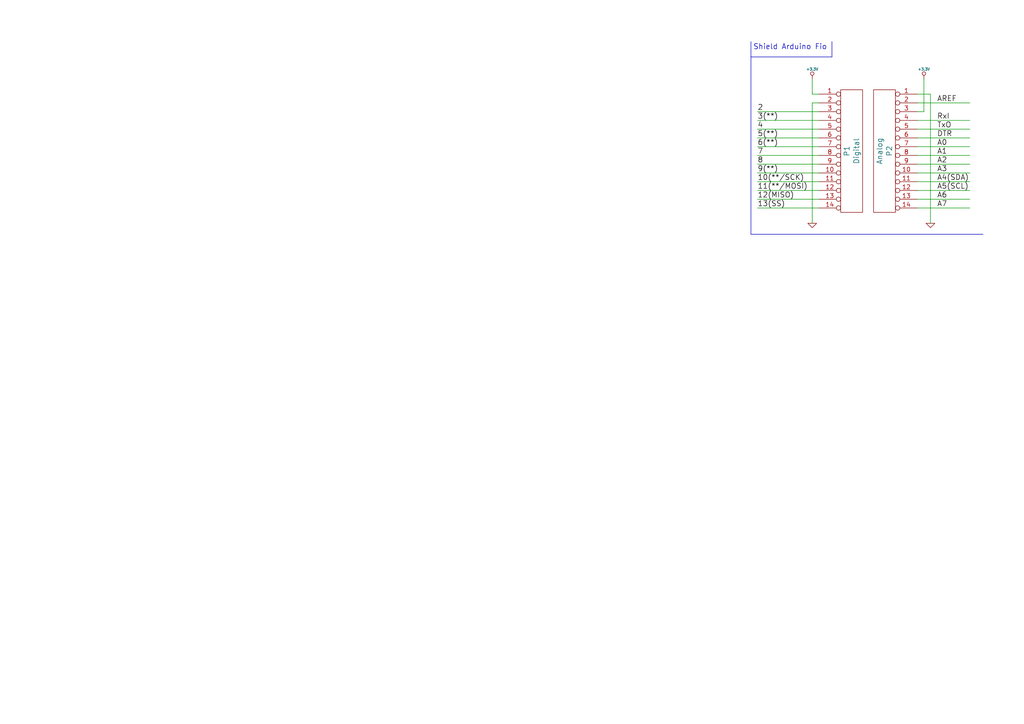
<source format=kicad_sch>
(kicad_sch (version 20230121) (generator eeschema)
  (paper "A4")
  (title_block (date "sam. 04 avril 2015"))
  (lib_symbols
    (symbol "Arduino_Fio-rescue:+3.3V" (power) (pin_names (offset 0))
      (property "Value" "+3.3V" (at 0 2.794 0))
      (symbol "+3.3V_0_0"
        (pin power_in line (at 0 0 90) (length 0) hide (name "+3.3V") (number "1"))
      )
      (symbol "+3.3V_0_1"
        (polyline (pts (xy 0 0) (xy 0 1.016) (xy 0 1.016)))
        (circle (center 0 1.524) (radius 0.508))
      )
    )
    (symbol "Arduino_Fio-rescue:CONN_14" (pin_names (offset 1.016) hide)
      (property "Reference" "P" (at -0.762 0 90))
      (property "Value" "CONN_14" (at 2.032 0 90))
      (symbol "CONN_14_0_1"
        (rectangle (start -2.54 17.78) (end 3.81 -17.78))
      )
      (symbol "CONN_14_1_1"
        (pin passive inverted (at -8.89 16.51 0) (length 6.35) (name "P1") (number "1"))
        (pin passive inverted (at -8.89 -6.35 0) (length 6.35) (name "P10") (number "10"))
        (pin passive inverted (at -8.89 -8.89 0) (length 6.35) (name "P11") (number "11"))
        (pin passive inverted (at -8.89 -11.43 0) (length 6.35) (name "P12") (number "12"))
        (pin passive inverted (at -8.89 -13.97 0) (length 6.35) (name "P13") (number "13"))
        (pin passive inverted (at -8.89 -16.51 0) (length 6.35) (name "P14") (number "14"))
        (pin passive inverted (at -8.89 13.97 0) (length 6.35) (name "P2") (number "2"))
        (pin passive inverted (at -8.89 11.43 0) (length 6.35) (name "P3") (number "3"))
        (pin passive inverted (at -8.89 8.89 0) (length 6.35) (name "P4") (number "4"))
        (pin passive inverted (at -8.89 6.35 0) (length 6.35) (name "P5") (number "5"))
        (pin passive inverted (at -8.89 3.81 0) (length 6.35) (name "P6") (number "6"))
        (pin passive inverted (at -8.89 1.27 0) (length 6.35) (name "P7") (number "7"))
        (pin passive inverted (at -8.89 -1.27 0) (length 6.35) (name "P8") (number "8"))
        (pin passive inverted (at -8.89 -3.81 0) (length 6.35) (name "P9") (number "9"))
      )
    )
    (symbol "Arduino_Fio-rescue:GND" (power) (pin_names (offset 0))
      (symbol "GND_0_1"
        (polyline (pts (xy -1.27 0) (xy 0 -1.27) (xy 1.27 0) (xy -1.27 0)))
      )
      (symbol "GND_1_1"
        (pin power_in line (at 0 0 90) (length 0) hide (name "GND") (number "1"))
      )
    )
  )
  (wire (pts (xy 237.49 29.845) (xy 235.585 29.845)))
  (wire (pts (xy 266.065 60.325) (xy 281.305 60.325)))
  (wire (pts (xy 219.71 40.005) (xy 237.49 40.005)))
  (wire (pts (xy 235.585 22.86) (xy 235.585 27.305)))
  (wire (pts (xy 267.97 32.385) (xy 266.065 32.385)))
  (wire (pts (xy 269.875 27.305) (xy 269.875 64.77)))
  (wire (pts (xy 219.71 55.245) (xy 237.49 55.245)))
  (wire (pts (xy 266.065 40.005) (xy 281.305 40.005)))
  (wire (pts (xy 219.71 57.785) (xy 237.49 57.785)))
  (wire (pts (xy 266.065 52.705) (xy 281.305 52.705)))
  (polyline (pts (xy 217.805 16.51) (xy 241.3 16.51)))
  (wire (pts (xy 266.065 34.925) (xy 281.305 34.925)))
  (wire (pts (xy 266.065 47.625) (xy 281.305 47.625)))
  (wire (pts (xy 235.585 29.845) (xy 235.585 64.77)))
  (wire (pts (xy 266.065 57.785) (xy 281.305 57.785)))
  (wire (pts (xy 266.065 37.465) (xy 281.305 37.465)))
  (wire (pts (xy 219.71 47.625) (xy 237.49 47.625)))
  (wire (pts (xy 266.065 50.165) (xy 281.305 50.165)))
  (wire (pts (xy 219.71 50.165) (xy 237.49 50.165)))
  (wire (pts (xy 219.71 32.385) (xy 237.49 32.385)))
  (wire (pts (xy 266.065 42.545) (xy 281.305 42.545)))
  (wire (pts (xy 219.71 45.085) (xy 237.49 45.085)))
  (wire (pts (xy 219.71 37.465) (xy 237.49 37.465)))
  (wire (pts (xy 266.065 45.085) (xy 281.305 45.085)))
  (wire (pts (xy 269.875 27.305) (xy 266.065 27.305)))
  (wire (pts (xy 219.71 34.925) (xy 237.49 34.925)))
  (polyline (pts (xy 241.3 16.51) (xy 241.3 12.065)))
  (wire (pts (xy 219.71 42.545) (xy 237.49 42.545)))
  (polyline (pts (xy 217.805 12.065) (xy 217.805 67.945)))
  (wire (pts (xy 219.71 52.705) (xy 237.49 52.705)))
  (wire (pts (xy 266.065 29.845) (xy 281.305 29.845)))
  (wire (pts (xy 235.585 27.305) (xy 237.49 27.305)))
  (wire (pts (xy 267.97 22.86) (xy 267.97 32.385)))
  (wire (pts (xy 266.065 55.245) (xy 281.305 55.245)))
  (wire (pts (xy 219.71 60.325) (xy 237.49 60.325)))
  (polyline (pts (xy 217.805 67.945) (xy 285.115 67.945)))
  (text "Shield Arduino Fio " (at 218.44 14.605 0) (effects (font (size 1.524 1.524)) (justify left bottom)))
  (label "4" (at 219.71 37.465 0) (effects (font (size 1.524 1.524))))
  (label "A1" (at 271.78 45.085 0) (effects (font (size 1.524 1.524))))
  (label "RxI" (at 271.78 34.925 0) (effects (font (size 1.524 1.524))))
  (label "A6" (at 271.78 57.785 0) (effects (font (size 1.524 1.524))))
  (label "3(**)" (at 219.71 34.925 0) (effects (font (size 1.524 1.524))))
  (label "A0" (at 271.78 42.545 0) (effects (font (size 1.524 1.524))))
  (label "5(**)" (at 219.71 40.005 0) (effects (font (size 1.524 1.524))))
  (label "8" (at 219.71 47.625 0) (effects (font (size 1.524 1.524))))
  (label "A5(SCL)" (at 271.78 55.245 0) (effects (font (size 1.524 1.524))))
  (label "A7" (at 271.78 60.325 0) (effects (font (size 1.524 1.524))))
  (label "13(SS)" (at 219.71 60.325 0) (effects (font (size 1.524 1.524))))
  (label "TxO" (at 271.78 37.465 0) (effects (font (size 1.524 1.524))))
  (label "AREF" (at 271.78 29.845 0) (effects (font (size 1.524 1.524))))
  (label "11(**/MOSI)" (at 219.71 55.245 0) (effects (font (size 1.524 1.524))))
  (label "7" (at 219.71 45.085 0) (effects (font (size 1.524 1.524))))
  (label "6(**)" (at 219.71 42.545 0) (effects (font (size 1.524 1.524))))
  (label "9(**)" (at 219.71 50.165 0) (effects (font (size 1.524 1.524))))
  (label "A3" (at 271.78 50.165 0) (effects (font (size 1.524 1.524))))
  (label "10(**/SCK)" (at 219.71 52.705 0) (effects (font (size 1.524 1.524))))
  (label "2" (at 219.71 32.385 0) (effects (font (size 1.524 1.524))))
  (label "DTR" (at 271.78 40.005 0) (effects (font (size 1.524 1.524))))
  (label "12(MISO)" (at 219.71 57.785 0) (effects (font (size 1.524 1.524))))
  (label "A2" (at 271.78 47.625 0) (effects (font (size 1.524 1.524))))
  (label "A4(SDA)" (at 271.78 52.705 0) (effects (font (size 1.524 1.524))))
  (symbol (lib_id "Arduino_Fio-rescue:CONN_14") (at 246.38 43.815 0) (unit 1)
    (property "Reference" "P1" (at 245.618 43.815 90) (effects (font (size 1.524 1.524))))
    (property "Value" "Digital" (at 248.412 43.815 90) (effects (font (size 1.524 1.524))))
    (property "Footprint" "Socket_Arduino_Fio:Socket_Strip_Straight_1x14" (effects hide))
  )
  (symbol (lib_id "Arduino_Fio-rescue:CONN_14") (at 257.175 43.815 0) (mirror y) (unit 1)
    (property "Reference" "P2" (at 257.937 43.815 90) (effects (font (size 1.524 1.524))))
    (property "Value" "Analog" (at 255.143 43.815 90) (effects (font (size 1.524 1.524))))
    (property "Footprint" "Socket_Arduino_Fio:Socket_Strip_Straight_1x14" (effects hide))
  )
  (symbol (lib_id "Arduino_Fio-rescue:GND") (at 235.585 64.77 0) (unit 1)
    (property "Reference" "#PWR01" (effects hide))
    (property "Value" "GND" (effects hide))
  )
  (symbol (lib_id "Arduino_Fio-rescue:GND") (at 269.875 64.77 0) (unit 1)
    (property "Reference" "#PWR02" (effects hide))
    (property "Value" "GND" (effects hide))
  )
  (symbol (lib_id "Arduino_Fio-rescue:+3.3V") (at 235.585 22.86 0) (unit 1)
    (property "Reference" "#PWR03" (effects hide))
    (property "Value" "+3.3V" (at 235.585 20.066 0) (effects (font (size 0.762 0.762))))
  )
  (symbol (lib_id "Arduino_Fio-rescue:+3.3V") (at 267.97 22.86 0) (unit 1)
    (property "Reference" "#PWR04" (effects hide))
    (property "Value" "+3.3V" (at 267.97 20.066 0) (effects (font (size 0.762 0.762))))
  )
)
</source>
